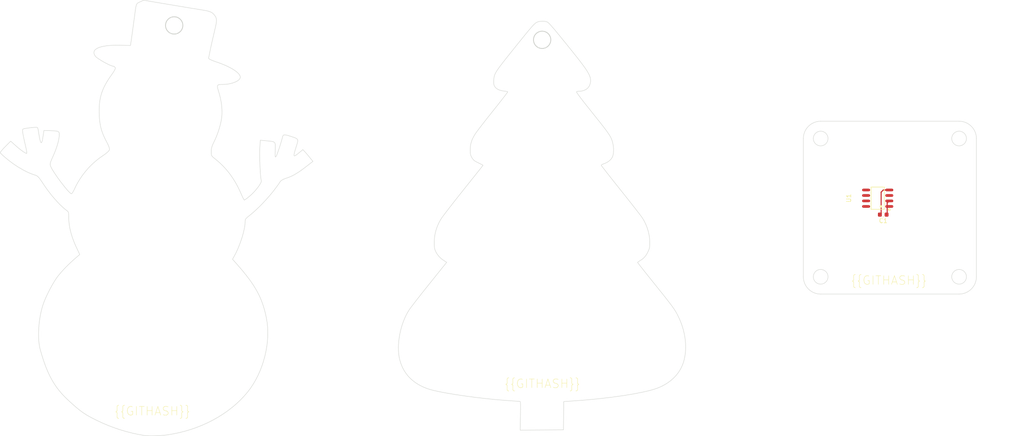
<source format=kicad_pcb>
(kicad_pcb (version 20221018) (generator pcbnew)
  (layers (0 "F.Cu" signal) (31 "B.Cu" signal) (34 "B.Paste" user) (35 "F.Paste" user) (36 "B.SilkS" user "B.Silkscreen") (37 "F.SilkS" user "F.Silkscreen") (38 "B.Mask" user) (39 "F.Mask" user) (44 "Edge.Cuts" user))
  (net 0 "")
  (net 1 "vcc")
  (net 2 "out")
  (net 3 "gnd")
  (net 4 "z")
  (net 5 "b")
  (net 6 "a")
  (net 7 "push")
  (footprint "lib:C0603" (layer "F.Cu") (at 240.08 99.4 180)
    (fp_text reference "C1" (at 0 -1.43) (layer "F.SilkS"))
    (fp_text value "50V 100nF X7R ±10% 0603  Multilayer Ceramic Capacitors MLCC - SMD/SMT ROHS")
    (fp_line (start -0.14058 -0.51) (end 0.14058 -0.51) (stroke (width 0.12)) (layer "F.SilkS"))
    (fp_line (start -0.14058 0.51) (end 0.14058 0.51) (stroke (width 0.12)) (layer "F.SilkS"))
    (pad "1" smd roundrect (at -0.775 0 180) (size 0.9 0.95) (layers "F.Cu" "F.Paste" "F.Mask") (net 1 "vcc"))
    (pad "2" smd roundrect (at 0.775 0 180) (size 0.9 0.95) (layers "F.Cu" "F.Paste" "F.Mask") (net 3 "gnd"))
  )
  (footprint "lib:SOP-8_L4.9-W3.9-P1.27-LS6.0-BL" (layer "F.Cu") (at 238.8 95.6 90)
    (fp_text reference "U1" (at 0 -6.68 90) (layer "F.SilkS"))
    (fp_text value "")
    (fp_line (start -2.58 -1.52) (end 2.58 -1.52) (stroke (width 0.15)) (layer "F.SilkS"))
    (fp_line (start -2.58 1.52) (end -2.58 -1.52) (stroke (width 0.15)) (layer "F.SilkS"))
    (fp_line (start 2.58 -1.52) (end 2.58 1.52) (stroke (width 0.15)) (layer "F.SilkS"))
    (fp_line (start 2.58 1.52) (end -2.58 1.52) (stroke (width 0.15)) (layer "F.SilkS"))
    (fp_circle (center -2.67 2.68) (end -2.52 2.68) (stroke (width 0.3)) (fill none) (layer "F.SilkS"))
    (fp_circle (center -1.91 0.77) (end -1.76 0.77) (stroke (width 0.3)) (fill none) (layer "F.SilkS"))
    (pad "1" smd oval (at -1.91 2.68 90) (size 0.63 1.86) (layers "F.Cu" "F.Paste" "F.Mask") (net 1 "vcc"))
    (pad "2" smd oval (at -0.63 2.68 90) (size 0.63 1.86) (layers "F.Cu" "F.Paste" "F.Mask") (net 1 "vcc"))
    (pad "3" smd oval (at 0.63 2.68 90) (size 0.63 1.86) (layers "F.Cu" "F.Paste" "F.Mask") (net 2 "out"))
    (pad "4" smd oval (at 1.9 2.68 90) (size 0.63 1.86) (layers "F.Cu" "F.Paste" "F.Mask") (net 3 "gnd"))
    (pad "5" smd oval (at 1.9 -2.68 90) (size 0.63 1.86) (layers "F.Cu" "F.Paste" "F.Mask") (net 7 "push"))
    (pad "6" smd oval (at 0.63 -2.68 90) (size 0.63 1.86) (layers "F.Cu" "F.Paste" "F.Mask") (net 6 "a"))
    (pad "7" smd oval (at -0.63 -2.68 90) (size 0.63 1.86) (layers "F.Cu" "F.Paste" "F.Mask") (net 5 "b"))
    (pad "8" smd oval (at -1.91 -2.68 90) (size 0.63 1.86) (layers "F.Cu" "F.Paste" "F.Mask") (net 4 "z"))
  )
  (gr_circle (center 225.62 81.79) (end 227.32 81.79) (stroke (width 0.1)) (fill none) (layer "Edge.Cuts"))
  (gr_circle (center 257.62 113.79) (end 259.32 113.79) (stroke (width 0.1)) (fill none) (layer "Edge.Cuts"))
  (gr_circle (center 257.62 81.79) (end 259.32 81.79) (stroke (width 0.1)) (fill none) (layer "Edge.Cuts"))
  (gr_poly (pts (xy 75.142222 50.797022) (xy 79.756606 51.568267) (xy 82.366969 51.99203) (xy 83.019066 52.095762) (xy 83.303876 52.146979) (xy 83.563537 52.198618) (xy 83.799806 52.251323) (xy 84.01444 52.305736) (xy 84.209196 52.362498) (xy 84.385831 52.422252) (xy 84.546102 52.485641) (xy 84.691766 52.553306) (xy 84.824581 52.62589) (xy 84.946303 52.704035) (xy 85.05869 52.788383) (xy 85.163499 52.879577) (xy 85.262486 52.978258) (xy 85.357409 53.08507) (xy 85.479286 53.234958) (xy 85.586233 53.378736) (xy 85.634185 53.44915) (xy 85.678498 53.519015) (xy 85.719202 53.588656) (xy 85.75633 53.658402) (xy 85.789911 53.728576) (xy 85.819976 53.799506) (xy 85.846558 53.871517) (xy 85.869686 53.944936) (xy 85.889392 54.020089) (xy 85.905707 54.097301) (xy 85.918662 54.176899) (xy 85.928287 54.259209) (xy 85.934615 54.344557) (xy 85.937675 54.433269) (xy 85.937499 54.525672) (xy 85.934119 54.62209) (xy 85.927564 54.722851) (xy 85.917866 54.82828) (xy 85.889166 55.054449) (xy 85.848266 55.303204) (xy 85.795414 55.577155) (xy 85.730859 55.878909) (xy 85.654849 56.211077) (xy 84.878546 59.55341) (xy 84.657875 60.550977) (xy 84.450892 61.532488) (xy 84.331406 62.116419) (xy 84.229648 62.629765) (xy 84.15639 63.017063) (xy 84.122409 63.222849) (xy 84.123062 63.236814) (xy 84.127967 63.251873) (xy 84.137065 63.268001) (xy 84.150302 63.285171) (xy 84.167619 63.303357) (xy 84.188962 63.322534) (xy 84.214273 63.342674) (xy 84.243497 63.363751) (xy 84.313454 63.408613) (xy 84.398381 63.456909) (xy 84.497828 63.50843) (xy 84.611342 63.562966) (xy 84.738473 63.620306) (xy 84.878767 63.680241) (xy 85.031775 63.742561) (xy 85.197043 63.807056) (xy 85.374121 63.873515) (xy 85.562558 63.94173) (xy 85.7619 64.011489) (xy 85.971698 64.082583) (xy 86.585981 64.296029) (xy 87.172975 64.516947) (xy 87.730729 64.744054) (xy 88.257293 64.976069) (xy 88.75072 65.211708) (xy 89.209058 65.449689) (xy 89.63036 65.68873) (xy 90.012676 65.927548) (xy 90.354056 66.16486) (xy 90.652552 66.399385) (xy 90.906214 66.629839) (xy 91.113092 66.85494) (xy 91.271238 67.073405) (xy 91.378702 67.283953) (xy 91.412819 67.385857) (xy 91.433535 67.485301) (xy 91.440605 67.582123) (xy 91.433787 67.676165) (xy 91.41712 67.753004) (xy 91.390362 67.829368) (xy 91.35383 67.905131) (xy 91.307839 67.980165) (xy 91.252707 68.054343) (xy 91.188749 68.12754) (xy 91.116281 68.199626) (xy 91.03562 68.270477) (xy 90.947082 68.339964) (xy 90.850984 68.407961) (xy 90.747641 68.47434) (xy 90.637371 68.538975) (xy 90.520488 68.601739) (xy 90.39731 68.662505) (xy 90.268153 68.721145) (xy 90.133332 68.777534) (xy 89.993165 68.831543) (xy 89.847967 68.883047) (xy 89.543745 68.978027) (xy 89.223197 69.06146) (xy 88.888852 69.132329) (xy 88.54324 69.189618) (xy 88.188892 69.232313) (xy 88.009232 69.24787) (xy 87.828337 69.259397) (xy 87.646523 69.266767) (xy 87.464106 69.269854) (xy 87.202959 69.272042) (xy 86.97453 69.277492) (xy 86.777472 69.288473) (xy 86.690288 69.296746) (xy 86.610443 69.307253) (xy 86.537768 69.320276) (xy 86.472096 69.3361) (xy 86.413258 69.355009) (xy 86.361087 69.377285) (xy 86.315414 69.403211) (xy 86.276071 69.433073) (xy 86.24289 69.467154) (xy 86.215703 69.505736) (xy 86.194342 69.549103) (xy 86.178638 69.59754) (xy 86.168424 69.65133) (xy 86.163532 69.710755) (xy 86.163793 69.776101) (xy 86.169039 69.847649) (xy 86.179102 69.925685) (xy 86.193814 70.010491) (xy 86.236514 70.20155) (xy 86.295792 70.423093) (xy 86.370304 70.677389) (xy 86.458705 70.966708) (xy 86.582128 71.384478) (xy 86.694998 71.803093) (xy 86.797211 72.221567) (xy 86.888665 72.638919) (xy 86.969257 73.054166) (xy 87.038885 73.466323) (xy 87.097447 73.874409) (xy 87.144838 74.277439) (xy 87.180958 74.674432) (xy 87.205702 75.064404) (xy 87.21897 75.446371) (xy 87.220657 75.819352) (xy 87.210662 76.182361) (xy 87.188881 76.534418) (xy 87.155212 76.874538) (xy 87.109553 77.201739) (xy 86.986123 77.871628) (xy 86.830027 78.558912) (xy 86.643845 79.255662) (xy 86.430157 79.953949) (xy 86.19154 80.645848) (xy 85.930575 81.323429) (xy 85.649841 81.978766) (xy 85.351916 82.60393) (xy 85.189192 82.938586) (xy 85.118752 83.093315) (xy 85.055229 83.240939) (xy 84.998352 83.382431) (xy 84.947849 83.518761) (xy 84.903447 83.650903) (xy 84.864875 83.779828) (xy 84.831859 83.906506) (xy 84.804129 84.031911) (xy 84.781412 84.157013) (xy 84.763435 84.282785) (xy 84.749927 84.410197) (xy 84.740615 84.540223) (xy 84.735228 84.673833) (xy 84.733493 84.811999) (xy 84.736223 85.129082) (xy 84.741369 85.261496) (xy 84.750575 85.379459) (xy 84.764997 85.485194) (xy 84.774524 85.534172) (xy 84.785789 85.580928) (xy 84.798934 85.625739) (xy 84.814106 85.668884) (xy 84.831447 85.710641) (xy 84.851104 85.751288) (xy 84.873219 85.791103) (xy 84.897937 85.830364) (xy 84.925403 85.869349) (xy 84.955761 85.908337) (xy 84.989155 85.947605) (xy 85.02573 85.987432) (xy 85.109 86.069873) (xy 85.206725 86.157886) (xy 85.320061 86.253696) (xy 85.598185 86.477602) (xy 86.096863 86.886277) (xy 86.577755 87.306529) (xy 87.04138 87.739064) (xy 87.488258 88.184586) (xy 87.918909 88.6438) (xy 88.333852 89.117412) (xy 88.733607 89.606125) (xy 89.118694 90.110646) (xy 89.489632 90.631678) (xy 89.846941 91.169927) (xy 90.19114 91.726098) (xy 90.52275 92.300895) (xy 90.84229 92.895024) (xy 91.150279 93.509189) (xy 91.447237 94.144095) (xy 91.733683 94.800448) (xy 91.84059 95.047283) (xy 91.945802 95.277558) (xy 92.046625 95.486234) (xy 92.140364 95.668271) (xy 92.224324 95.818627) (xy 92.295813 95.932265) (xy 92.326039 95.973739) (xy 92.352136 96.004143) (xy 92.373767 96.022848) (xy 92.382804 96.027616) (xy 92.390597 96.029223) (xy 92.399173 96.028006) (xy 92.410522 96.024397) (xy 92.441219 96.010237) (xy 92.482045 95.987221) (xy 92.53236 95.955824) (xy 92.591521 95.916524) (xy 92.658887 95.869798) (xy 92.815666 95.755976) (xy 92.997564 95.618173) (xy 93.199447 95.460204) (xy 93.416182 95.285885) (xy 93.642634 95.099032) (xy 93.891007 94.882848) (xy 94.141366 94.648628) (xy 94.390948 94.400061) (xy 94.636991 94.140836) (xy 94.87673 93.874641) (xy 95.107403 93.605164) (xy 95.326247 93.336095) (xy 95.530498 93.071122) (xy 95.717394 92.813933) (xy 95.884171 92.568218) (xy 96.028066 92.337665) (xy 96.146316 92.125962) (xy 96.236159 91.936798) (xy 96.294829 91.773863) (xy 96.311612 91.703383) (xy 96.319566 91.640844) (xy 96.318345 91.586706) (xy 96.307605 91.54143) (xy 96.264441 91.378418) (xy 96.221593 91.121805) (xy 96.138989 90.373142) (xy 96.064068 89.386161) (xy 96.001109 88.251583) (xy 95.954389 87.060129) (xy 95.928186 85.902519) (xy 95.926777 84.869474) (xy 95.95444 84.051714) (xy 96.07471 82.177477) (xy 97.36716 82.304781) (xy 98.13507 82.379263) (xy 98.441266 82.413109) (xy 98.700599 82.449744) (xy 98.916803 82.492956) (xy 99.009898 82.518212) (xy 99.09361 82.546534) (xy 99.168406 82.578395) (xy 99.234753 82.614268) (xy 99.293117 82.654627) (xy 99.343964 82.699946) (xy 99.387763 82.750698) (xy 99.424978 82.807357) (xy 99.456076 82.870396) (xy 99.481525 82.94029) (xy 99.501791 83.017511) (xy 99.51734 83.102533) (xy 99.536155 83.297877) (xy 99.541702 83.530109) (xy 99.537716 83.803018) (xy 99.51607 84.486025) (xy 99.501811 85.019341) (xy 99.495778 85.429631) (xy 99.49953 85.727933) (xy 99.505563 85.838537) (xy 99.514626 85.925284) (xy 99.526915 85.989553) (xy 99.542625 86.032723) (xy 99.551823 86.046828) (xy 99.56195 86.056175) (xy 99.573029 86.060938) (xy 99.585085 86.061289) (xy 99.612224 86.049443) (xy 99.643564 86.022019) (xy 99.679299 85.980395) (xy 99.719623 85.925951) (xy 99.770963 85.835961) (xy 99.83738 85.6921) (xy 100.00736 85.267042) (xy 100.213404 84.699332) (xy 100.439353 84.037526) (xy 100.669049 83.330178) (xy 100.886332 82.625845) (xy 101.075044 81.973082) (xy 101.219027 81.420443) (xy 101.232451 81.367288) (xy 101.246658 81.317349) (xy 101.261814 81.270604) (xy 101.278084 81.227032) (xy 101.295634 81.186611) (xy 101.314631 81.149321) (xy 101.33524 81.115138) (xy 101.357628 81.084043) (xy 101.381959 81.056013) (xy 101.4084 81.031027) (xy 101.437117 81.009064) (xy 101.468275 80.990102) (xy 101.502041 80.974119) (xy 101.538581 80.961095) (xy 101.578059 80.951007) (xy 101.620643 80.943835) (xy 101.666497 80.939556) (xy 101.715788 80.938149) (xy 101.768682 80.939594) (xy 101.825345 80.943867) (xy 101.885942 80.950949) (xy 101.950639 80.960817) (xy 102.019603 80.97345) (xy 102.092998 80.988826) (xy 102.170992 81.006924) (xy 102.253749 81.027723) (xy 102.434219 81.077337) (xy 102.635734 81.137495) (xy 102.859622 81.208025) (xy 103.581471 81.438726) (xy 103.868146 81.535185) (xy 104.108644 81.625316) (xy 104.212356 81.669476) (xy 104.305459 81.713816) (xy 104.388264 81.758923) (xy 104.461082 81.805384) (xy 104.524226 81.853787) (xy 104.578006 81.904719) (xy 104.622735 81.958768) (xy 104.658725 82.01652) (xy 104.686285 82.078563) (xy 104.705729 82.145484) (xy 104.717368 82.217871) (xy 104.721513 82.296311) (xy 104.718476 82.381392) (xy 104.708568 82.4737) (xy 104.692102 82.573823) (xy 104.669388 82.682348) (xy 104.606464 82.926954) (xy 104.522289 83.212218) (xy 104.300158 83.92351) (xy 104.076968 84.658354) (xy 103.993442 84.95378) (xy 103.929762 85.203046) (xy 103.886777 85.407528) (xy 103.865337 85.568604) (xy 103.862962 85.633296) (xy 103.866292 85.687652) (xy 103.875434 85.731846) (xy 103.890492 85.766049) (xy 103.911574 85.790433) (xy 103.938786 85.805172) (xy 103.972234 85.810436) (xy 104.012025 85.806398) (xy 104.058263 85.79323) (xy 104.111056 85.771105) (xy 104.236732 85.700671) (xy 104.3899 85.596472) (xy 104.571411 85.459887) (xy 105.02286 85.095065) (xy 105.918216 84.355181) (xy 106.388476 84.86751) (xy 106.496975 84.987739) (xy 106.625318 85.133369) (xy 106.92254 85.478508) (xy 107.242155 85.858286) (xy 107.546176 86.22806) (xy 108.2336 87.076296) (xy 106.72333 88.254687) (xy 106.031007 88.783192) (xy 105.392025 89.245391) (xy 105.089314 89.453516) (xy 104.796071 89.647331) (xy 104.511007 89.827593) (xy 104.232833 89.995056) (xy 103.960259 90.150478) (xy 103.691998 90.294613) (xy 103.426759 90.428217) (xy 103.163254 90.552046) (xy 102.900193 90.666855) (xy 102.636288 90.773401) (xy 102.370249 90.872439) (xy 102.100787 90.964724) (xy 101.955978 91.013649) (xy 101.818902 91.062832) (xy 101.689432 91.112348) (xy 101.567439 91.162273) (xy 101.452795 91.212683) (xy 101.345371 91.263651) (xy 101.245039 91.315254) (xy 101.151671 91.367567) (xy 101.065138 91.420665) (xy 100.985313 91.474624) (xy 100.912065 91.529517) (xy 100.845269 91.585421) (xy 100.784794 91.642412) (xy 100.730512 91.700563) (xy 100.682296 91.759951) (xy 100.640017 91.82065) (xy 100.313962 92.312951) (xy 99.958065 92.82026) (xy 99.575318 93.339289) (xy 99.168711 93.866747) (xy 98.741234 94.399346) (xy 98.295878 94.933795) (xy 97.835635 95.466804) (xy 97.363494 95.995083) (xy 96.882446 96.515343) (xy 96.395482 97.024295) (xy 95.905593 97.518647) (xy 95.415769 97.995111) (xy 94.929002 98.450396) (xy 94.44828 98.881213) (xy 93.976596 99.284272) (xy 93.51694 99.656283) (xy 93.364132 99.777198) (xy 93.228349 99.887118) (xy 93.108601 99.987555) (xy 93.003899 100.080022) (xy 92.913256 100.166032) (xy 92.835682 100.247098) (xy 92.770188 100.324733) (xy 92.741662 100.362737) (xy 92.715786 100.40045) (xy 92.692435 100.438062) (xy 92.671487 100.475762) (xy 92.652817 100.513738) (xy 92.636302 100.552181) (xy 92.621819 100.591279) (xy 92.609244 100.631221) (xy 92.589322 100.714395) (xy 92.575548 100.803215) (xy 92.566934 100.899195) (xy 92.56249 101.003847) (xy 92.561229 101.118685) (xy 92.548214 101.459191) (xy 92.510172 101.840399) (xy 92.448603 102.257479) (xy 92.365007 102.705605) (xy 92.260885 103.179948) (xy 92.137739 103.675679) (xy 91.997068 104.187971) (xy 91.840373 104.711996) (xy 91.669155 105.242926) (xy 91.484915 105.775933) (xy 91.289154 106.306188) (xy 91.083372 106.828864) (xy 90.86907 107.339132) (xy 90.647749 107.832164) (xy 90.420909 108.303133) (xy 90.190051 108.74721) (xy 89.658061 109.729433) (xy 90.799319 111.025652) (xy 91.552256 111.894452) (xy 92.247519 112.726345) (xy 92.887901 113.52649) (xy 93.476195 114.300047) (xy 94.015193 115.052178) (xy 94.507688 115.788042) (xy 94.956473 116.5128) (xy 95.364341 117.231612) (xy 95.734083 117.949638) (xy 96.068493 118.672038) (xy 96.370364 119.403974) (xy 96.642488 120.150605) (xy 96.887657 120.917091) (xy 97.108665 121.708593) (xy 97.308304 122.530271) (xy 97.489367 123.387286) (xy 97.659586 124.435519) (xy 97.764545 125.512723) (xy 97.805707 126.613102) (xy 97.784533 127.73086) (xy 97.702485 128.860202) (xy 97.561026 129.995332) (xy 97.361618 131.130454) (xy 97.105722 132.259774) (xy 96.794801 133.377494) (xy 96.430316 134.47782) (xy 96.01373 135.554956) (xy 95.546505 136.603107) (xy 95.030102 137.616476) (xy 94.465984 138.589268) (xy 93.855613 139.515689) (xy 93.20045 140.389941) (xy 92.386005 141.350273) (xy 91.510226 142.273552) (xy 90.576227 143.158109) (xy 89.587122 144.002278) (xy 88.546024 144.80439) (xy 87.456048 145.562779) (xy 86.320308 146.275777) (xy 85.141916 146.941716) (xy 83.923988 147.558929) (xy 82.669636 148.125749) (xy 81.381976 148.640508) (xy 80.06412 149.101539) (xy 78.719182 149.507174) (xy 77.350277 149.855747) (xy 75.960518 150.145589) (xy 74.553019 150.375033) (xy 73.862872 150.459306) (xy 73.131633 150.525975) (xy 72.383923 150.574372) (xy 71.644361 150.603827) (xy 70.93757 150.613671) (xy 70.288169 150.603235) (xy 69.720779 150.57185) (xy 69.475532 150.548093) (xy 69.26002 150.518847) (xy 69.260051 150.518832) (xy 67.831835 150.262486) (xy 66.416949 149.953785) (xy 65.016193 149.592984) (xy 63.630368 149.180338) (xy 62.260274 148.716103) (xy 60.90671 148.200532) (xy 59.570477 147.633881) (xy 58.252375 147.016405) (xy 57.283074 146.528505) (xy 56.847829 146.298277) (xy 56.438641 146.072324) (xy 56.050351 145.846994) (xy 55.6778 145.618633) (xy 55.315827 145.383588) (xy 54.959273 145.138205) (xy 54.602979 144.87883) (xy 54.241783 144.601811) (xy 53.870528 144.303492) (xy 53.484054 143.980222) (xy 52.644807 143.244211) (xy 51.682765 142.36455) (xy 51.097036 141.804159) (xy 50.54538 141.238954) (xy 50.025658 140.665073) (xy 49.535731 140.078649) (xy 49.07346 139.475819) (xy 48.636705 138.852719) (xy 48.223328 138.205483) (xy 47.831189 137.530249) (xy 47.458149 136.823151) (xy 47.10207 136.080325) (xy 46.760812 135.297907) (xy 46.432236 134.472032) (xy 46.114202 133.598836) (xy 45.804573 132.674455) (xy 45.501208 131.695024) (xy 45.201968 130.656679) (xy 45.078569 130.147371) (xy 44.978794 129.594224) (xy 44.90231 129.00242) (xy 44.848785 128.377144) (xy 44.817886 127.723579) (xy 44.809281 127.046907) (xy 44.822637 126.352311) (xy 44.857621 125.644974) (xy 44.913901 124.93008) (xy 44.991145 124.212811) (xy 45.089019 123.498351) (xy 45.207191 122.791883) (xy 45.345328 122.098589) (xy 45.503099 121.423652) (xy 45.68017 120.772256) (xy 45.876208 120.149584) (xy 46.005143 119.787909) (xy 46.154924 119.401263) (xy 46.508073 118.570286) (xy 46.917749 117.69111) (xy 47.366047 116.79819) (xy 47.83506 115.92598) (xy 48.306883 115.108937) (xy 48.76361 114.381515) (xy 48.980717 114.062179) (xy 49.187335 113.77817) (xy 49.387433 113.519297) (xy 49.599256 113.255538) (xy 50.056372 112.715109) (xy 50.555279 112.160374) (xy 51.092575 111.594824) (xy 51.664855 111.021952) (xy 52.268718 110.445248) (xy 52.900758 109.868205) (xy 53.557574 109.294314) (xy 54.329783 108.634142) (xy 53.616031 107.110232) (xy 53.390001 106.6154) (xy 53.179365 106.128819) (xy 52.984012 105.650049) (xy 52.803829 105.178652) (xy 52.638704 104.71419) (xy 52.488525 104.256224) (xy 52.353181 103.804315) (xy 52.232559 103.358025) (xy 52.126547 102.916915) (xy 52.035034 102.480548) (xy 51.957906 102.048484) (xy 51.895053 101.620284) (xy 51.846363 101.195511) (xy 51.811722 100.773726) (xy 51.79102 100.35449) (xy 51.784144 99.937365) (xy 51.780657 99.620612) (xy 51.776007 99.482669) (xy 51.769161 99.357285) (xy 51.759927 99.243666) (xy 51.748111 99.141014) (xy 51.733519 99.048534) (xy 51.715958 98.96543) (xy 51.695233 98.890904) (xy 51.671153 98.824161) (xy 51.643523 98.764406) (xy 51.612149 98.71084) (xy 51.576839 98.662669) (xy 51.537399 98.619096) (xy 51.493635 98.579325) (xy 51.445353 98.542559) (xy 51.149902 98.324092) (xy 50.839064 98.073347) (xy 50.514896 97.792628) (xy 50.179453 97.484238) (xy 49.834791 97.150482) (xy 49.482966 96.793665) (xy 49.126033 96.41609) (xy 48.766047 96.020062) (xy 48.405065 95.607885) (xy 48.045142 95.181864) (xy 47.688333 94.744302) (xy 47.336694 94.297504) (xy 46.992281 93.843774) (xy 46.657149 93.385417) (xy 46.333354 92.924737) (xy 46.022952 92.464037) (xy 45.611719 91.844971) (xy 45.279782 91.362091) (xy 45.137757 91.165551) (xy 45.008606 90.995655) (xy 44.89001 90.849933) (xy 44.779654 90.725918) (xy 44.675221 90.621143) (xy 44.574392 90.533138) (xy 44.474852 90.459437) (xy 44.374284 90.397571) (xy 44.27037 90.345073) (xy 44.160793 90.299474) (xy 44.043237 90.258307) (xy 43.915385 90.219103) (xy 43.593888 90.117525) (xy 43.255864 89.996009) (xy 42.903268 89.855657) (xy 42.538058 89.697573) (xy 42.162189 89.522858) (xy 41.777618 89.332616) (xy 41.386301 89.127951) (xy 40.990194 88.909964) (xy 40.591254 88.679759) (xy 40.191438 88.438438) (xy 39.792701 88.187105) (xy 39.396999 87.926862) (xy 39.00629 87.658812) (xy 38.622529 87.384058) (xy 38.247673 87.103703) (xy 37.883677 86.81885) (xy 37.49456 86.502783) (xy 37.131548 86.199554) (xy 36.802586 85.916398) (xy 36.515619 85.660548) (xy 36.278593 85.439239) (xy 36.099452 85.259705) (xy 36.034071 85.187865) (xy 35.986141 85.129182) (xy 35.956654 85.08456) (xy 35.946605 85.054903) (xy 35.948192 85.042433) (xy 35.952903 85.026953) (xy 35.971384 84.987332) (xy 36.001425 84.936776) (xy 36.042403 84.876021) (xy 36.093695 84.805804) (xy 36.154681 84.726859) (xy 36.224736 84.639924) (xy 36.303239 84.545735) (xy 36.389567 84.445026) (xy 36.483097 84.338536) (xy 36.689276 84.11115) (xy 36.916796 83.869466) (xy 37.037003 83.745102) (xy 37.160678 83.619372) (xy 38.374759 82.395922) (xy 39.365809 83.301684) (xy 39.814301 83.698656) (xy 40.266196 84.075272) (xy 40.704205 84.419302) (xy 41.111041 84.718514) (xy 41.469414 84.960676) (xy 41.625024 85.056541) (xy 41.762035 85.133557) (xy 41.878286 85.190195) (xy 41.971615 85.224926) (xy 42.039863 85.236222) (xy 42.063905 85.232603) (xy 42.080867 85.222552) (xy 42.085566 85.215268) (xy 42.089233 85.203934) (xy 42.093537 85.169549) (xy 42.093921 85.120268) (xy 42.090523 85.056964) (xy 42.083485 84.98051) (xy 42.072948 84.891778) (xy 42.059051 84.79164) (xy 42.041937 84.68097) (xy 41.998614 84.43152) (xy 41.944105 84.150408) (xy 41.879534 83.844615) (xy 41.806025 83.52112) (xy 41.578977 82.541169) (xy 41.399614 81.732306) (xy 41.265507 81.079136) (xy 41.174225 80.56626) (xy 41.123338 80.17828) (xy 41.112283 80.026315) (xy 41.110416 79.899799) (xy 41.117432 79.796809) (xy 41.133029 79.71542) (xy 41.156901 79.653706) (xy 41.188746 79.609743) (xy 41.213078 79.592846) (xy 41.252556 79.575085) (xy 41.372962 79.537437) (xy 41.541984 79.497733) (xy 41.751641 79.456905) (xy 42.26094 79.37561) (xy 42.837013 79.301016) (xy 43.416018 79.240586) (xy 43.934111 79.201782) (xy 44.150364 79.192822) (xy 44.327447 79.192067) (xy 44.45738 79.20045) (xy 44.532183 79.218905) (xy 44.538527 79.223215) (xy 44.545097 79.229471) (xy 44.551878 79.23762) (xy 44.558855 79.247608) (xy 44.573336 79.272888) (xy 44.588416 79.304879) (xy 44.603974 79.343154) (xy 44.619887 79.387282) (xy 44.636031 79.436835) (xy 44.652284 79.491383) (xy 44.668525 79.550496) (xy 44.684629 79.613746) (xy 44.700475 79.680703) (xy 44.715939 79.750937) (xy 44.7309 79.82402) (xy 44.745234 79.899521) (xy 44.75882 79.977012) (xy 44.771533 80.056063) (xy 44.946351 81.130774) (xy 45.025944 81.564983) (xy 45.101061 81.931234) (xy 45.172253 82.230134) (xy 45.24007 82.462288) (xy 45.305063 82.628302) (xy 45.336673 82.686696) (xy 45.367783 82.728781) (xy 45.398463 82.754634) (xy 45.428781 82.764331) (xy 45.458807 82.757947) (xy 45.488608 82.735557) (xy 45.518254 82.697238) (xy 45.547814 82.643066) (xy 45.606951 82.487462) (xy 45.666568 82.269351) (xy 45.727218 81.98934) (xy 45.78945 81.648032) (xy 45.853816 81.246035) (xy 46.055377 79.918581) (xy 47.417926 79.96628) (xy 48.109143 79.993687) (xy 48.392021 80.009194) (xy 48.636741 80.027435) (xy 48.846051 80.049559) (xy 49.022696 80.076715) (xy 49.169424 80.110051) (xy 49.288982 80.150717) (xy 49.339431 80.174158) (xy 49.384117 80.199861) (xy 49.423385 80.227972) (xy 49.457577 80.258632) (xy 49.487036 80.291987) (xy 49.512107 80.32818) (xy 49.533132 80.367353) (xy 49.550455 80.409652) (xy 49.575367 80.504197) (xy 49.589592 80.612965) (xy 49.595876 80.737105) (xy 49.596965 80.877764) (xy 49.590289 81.099803) (xy 49.571905 81.336737) (xy 49.542029 81.587807) (xy 49.500879 81.852253) (xy 49.448672 82.129318) (xy 49.385623 82.418243) (xy 49.311951 82.718269) (xy 49.227873 83.028637) (xy 49.133604 83.34859) (xy 49.029362 83.677367) (xy 48.915364 84.014212) (xy 48.791827 84.358364) (xy 48.658967 84.709065) (xy 48.517002 85.065558) (xy 48.366148 85.427082) (xy 48.206622 85.792879) (xy 47.949769 86.374791) (xy 47.755997 86.832451) (xy 47.68104 87.021721) (xy 47.619784 87.188367) (xy 47.571537 87.335205) (xy 47.535609 87.465048) (xy 47.511311 87.580709) (xy 47.497952 87.685002) (xy 47.494842 87.78074) (xy 47.501291 87.870737) (xy 47.516609 87.957807) (xy 47.540106 88.044763) (xy 47.571091 88.134418) (xy 47.608874 88.229586) (xy 47.761079 88.551834) (xy 47.975096 88.939463) (xy 48.241913 89.380584) (xy 48.55252 89.863307) (xy 49.269066 90.905997) (xy 50.052651 91.972411) (xy 50.831193 92.967426) (xy 51.196047 93.408433) (xy 51.532609 93.795921) (xy 51.831869 94.117998) (xy 52.084818 94.362774) (xy 52.282443 94.518359) (xy 52.357694 94.558989) (xy 52.415736 94.572863) (xy 52.426811 94.571375) (xy 52.439084 94.56696) (xy 52.452509 94.559691) (xy 52.467041 94.549641) (xy 52.482633 94.536883) (xy 52.499239 94.521489) (xy 52.516813 94.503532) (xy 52.535309 94.483086) (xy 52.574881 94.435018) (xy 52.617586 94.377866) (xy 52.663055 94.312214) (xy 52.710918 94.238646) (xy 52.760808 94.157745) (xy 52.812354 94.070093) (xy 52.865187 93.976276) (xy 52.918939 93.876875) (xy 52.97324 93.772474) (xy 53.02772 93.663657) (xy 53.082012 93.551007) (xy 53.135745 93.435107) (xy 53.405424 92.869327) (xy 53.69623 92.311615) (xy 54.007442 91.76282) (xy 54.338342 91.223792) (xy 54.688208 90.695381) (xy 55.05632 90.178436) (xy 55.441958 89.673808) (xy 55.844402 89.182347) (xy 56.262932 88.704901) (xy 56.696828 88.242322) (xy 57.145369 87.795459) (xy 57.607836 87.365163) (xy 58.083508 86.952281) (xy 58.571665 86.557666) (xy 59.071586 86.182166) (xy 59.582553 85.826632) (xy 59.914962 85.598282) (xy 60.214172 85.3804) (xy 60.477869 85.17504) (xy 60.595674 85.077698) (xy 60.703732 84.984257) (xy 60.801753 84.894974) (xy 60.889447 84.810106) (xy 60.966524 84.72991) (xy 61.032694 84.654642) (xy 61.087669 84.584559) (xy 61.131158 84.519919) (xy 61.162872 84.460977) (xy 61.182521 84.407992) (xy 61.189444 84.378526) (xy 61.194656 84.347449) (xy 61.198136 84.314702) (xy 61.199864 84.280227) (xy 61.197977 84.205863) (xy 61.188829 84.123892) (xy 61.172254 84.033852) (xy 61.148084 83.935279) (xy 61.116154 83.82771) (xy 61.076297 83.71068) (xy 61.028345 83.583727) (xy 60.972134 83.446388) (xy 60.907495 83.298197) (xy 60.834263 83.138693) (xy 60.75227 82.967412) (xy 60.661351 82.783889) (xy 60.561339 82.587662) (xy 60.452067 82.378268) (xy 60.237971 81.961359) (xy 60.041673 81.555601) (xy 59.862568 81.158484) (xy 59.700049 80.767498) (xy 59.553508 80.380135) (xy 59.422339 79.993885) (xy 59.305935 79.60624) (xy 59.203689 79.21469) (xy 59.114995 78.816725) (xy 59.039245 78.409838) (xy 58.975833 77.991518) (xy 58.924151 77.559256) (xy 58.883594 77.110544) (xy 58.853553 76.642872) (xy 58.833423 76.153731) (xy 58.822596 75.640612) (xy 58.82378 75.019765) (xy 58.843433 74.425285) (xy 58.882591 73.854032) (xy 58.942291 73.302869) (xy 59.023569 72.768658) (xy 59.127459 72.248262) (xy 59.255 71.738542) (xy 59.407225 71.236361) (xy 59.585172 70.73858) (xy 59.789877 70.242062) (xy 60.022374 69.743669) (xy 60.283701 69.240263) (xy 60.574893 68.728705) (xy 60.896986 68.205859) (xy 61.251015 67.668586) (xy 61.638018 67.113749) (xy 61.84244 66.825076) (xy 62.020375 66.566593) (xy 62.17201 66.336298) (xy 62.29753 66.132187) (xy 62.397121 65.95226) (xy 62.470968 65.794512) (xy 62.498296 65.72333) (xy 62.519258 65.656942) (xy 62.533877 65.595098) (xy 62.542176 65.537547) (xy 62.544179 65.484039) (xy 62.539908 65.434323) (xy 62.529387 65.388151) (xy 62.512639 65.34527) (xy 62.489688 65.305431) (xy 62.460556 65.268384) (xy 62.425267 65.233878) (xy 62.383844 65.201662) (xy 62.33631 65.171487) (xy 62.282689 65.143103) (xy 62.157276 65.090703) (xy 62.007792 65.042459) (xy 61.834422 64.996371) (xy 61.657986 64.943069) (xy 61.445562 64.862593) (xy 61.203024 64.758325) (xy 60.93625 64.633653) (xy 60.353499 64.336631) (xy 59.744319 63.998608) (xy 59.155721 63.646664) (xy 58.634716 63.307879) (xy 58.414252 63.151884) (xy 58.228316 63.009334) (xy 58.082783 62.883614) (xy 57.983531 62.778109) (xy 57.869943 62.622242) (xy 57.777351 62.470362) (xy 57.705558 62.322559) (xy 57.654369 62.178917) (xy 57.623588 62.039526) (xy 57.613018 61.904471) (xy 57.622463 61.773839) (xy 57.651728 61.647718) (xy 57.700616 61.526195) (xy 57.768931 61.409356) (xy 57.856477 61.297289) (xy 57.963058 61.190081) (xy 58.088479 61.087819) (xy 58.232542 60.99059) (xy 58.395052 60.89848) (xy 58.575812 60.811578) (xy 58.774627 60.72997) (xy 58.991301 60.653743) (xy 59.225638 60.582984) (xy 59.477441 60.51778) (xy 59.746514 60.458218) (xy 60.032661 60.404385) (xy 60.335687 60.356369) (xy 60.655395 60.314256) (xy 60.991589 60.278134) (xy 61.344073 60.248089) (xy 61.712651 60.224208) (xy 62.097127 60.20658) (xy 62.497305 60.195289) (xy 62.912988 60.190424) (xy 63.343981 60.192072) (xy 63.790088 60.20032) (xy 66.056857 60.258219) (xy 66.273486 58.80189) (xy 66.542465 56.891029) (xy 66.884944 54.341891) (xy 67.190183 52.053843) (xy 67.248082 51.679802) (xy 67.303557 51.37005) (xy 67.359078 51.117137) (xy 67.417116 50.913616) (xy 67.48014 50.752035) (xy 67.55062 50.624945) (xy 67.631027 50.524898) (xy 67.72383 50.444442) (xy 67.831501 50.37613) (xy 67.956508 50.312512) (xy 68.268412 50.169558) (xy 69.100734 49.778315)) (stroke (width 0.1)) (fill none) (layer "Edge.Cuts"))
  (gr_arc (start 261.62 113.79) (mid 260.448427 116.618427) (end 257.62 117.79) (stroke (width 0.1)) (layer "Edge.Cuts"))
  (gr_arc (start 225.62 117.79) (mid 222.791573 116.618427) (end 221.62 113.79) (stroke (width 0.1)) (layer "Edge.Cuts"))
  (gr_line (start 261.62 113.79) (end 261.62 81.79) (stroke (width 0.1)) (layer "Edge.Cuts"))
  (gr_circle (center 161.229974 58.946031) (end 163.229974 58.946031) (stroke (width 0.2)) (fill none) (layer "Edge.Cuts"))
  (gr_line (start 221.62 81.79) (end 221.62 113.79) (stroke (width 0.1)) (layer "Edge.Cuts"))
  (gr_arc (start 257.62 77.79) (mid 260.448427 78.961573) (end 261.62 81.79) (stroke (width 0.1)) (layer "Edge.Cuts"))
  (gr_poly (pts (xy 161.429183 54.643361) (xy 161.588699 54.648976) (xy 161.743405 54.660128) (xy 161.8913 54.67685) (xy 162.030385 54.699174) (xy 162.158659 54.727132) (xy 162.274122 54.760758) (xy 162.374774 54.800082) (xy 162.418214 54.822065) (xy 162.465501 54.850416) (xy 162.517128 54.885713) (xy 162.573587 54.928531) (xy 162.702967 55.039035) (xy 162.857578 55.186538) (xy 163.041357 55.37565) (xy 163.258241 55.610981) (xy 163.512165 55.897139) (xy 163.807067 56.238735) (xy 164.146884 56.640378) (xy 164.53555 57.106678) (xy 164.977005 57.642244) (xy 165.475183 58.251687) (xy 166.657456 59.710639) (xy 168.113864 61.520411) (xy 169.490282 63.25197) (xy 170.562092 64.650979) (xy 170.993296 65.243203) (xy 171.359779 65.7732) (xy 171.665351 66.247941) (xy 171.913823 66.674396) (xy 172.109006 67.059535) (xy 172.254708 67.41033) (xy 172.354741 67.733749) (xy 172.412915 68.036764) (xy 172.433041 68.326344) (xy 172.418927 68.609461) (xy 172.374385 68.893084) (xy 172.303226 69.184183) (xy 172.274597 69.278158) (xy 172.242 69.369887) (xy 172.205507 69.459324) (xy 172.165188 69.546423) (xy 172.121114 69.631137) (xy 172.073357 69.713419) (xy 172.021987 69.793223) (xy 171.967076 69.870502) (xy 171.908694 69.945208) (xy 171.846914 70.017296) (xy 171.781806 70.08672) (xy 171.71344 70.153431) (xy 171.641889 70.217383) (xy 171.567223 70.278531) (xy 171.489513 70.336826) (xy 171.408831 70.392223) (xy 171.325247 70.444674) (xy 171.238833 70.494134) (xy 171.14966 70.540554) (xy 171.057799 70.58389) (xy 170.96332 70.624093) (xy 170.866295 70.661118) (xy 170.766796 70.694917) (xy 170.664893 70.725444) (xy 170.560657 70.752652) (xy 170.45416 70.776495) (xy 170.345472 70.796926) (xy 170.234664 70.813898) (xy 170.121809 70.827364) (xy 170.006976 70.837278) (xy 169.890237 70.843593) (xy 169.771663 70.846262) (xy 169.726607 70.847177) (xy 169.681188 70.849133) (xy 169.590479 70.855957) (xy 169.501974 70.8663) (xy 169.418107 70.879728) (xy 169.378675 70.887463) (xy 169.341315 70.895806) (xy 169.306334 70.904703) (xy 169.274034 70.9141) (xy 169.244721 70.923942) (xy 169.218699 70.934176) (xy 169.196272 70.944746) (xy 169.177745 70.955599) (xy 169.171643 70.965792) (xy 169.172154 70.983757) (xy 169.17922 71.009417) (xy 169.192785 71.042693) (xy 169.239181 71.131786) (xy 169.310885 71.250417) (xy 169.407439 71.397965) (xy 169.528385 71.573811) (xy 169.673265 71.777334) (xy 169.841623 72.007915) (xy 170.246938 72.547768) (xy 170.740668 73.18841) (xy 171.319154 73.924882) (xy 171.978732 74.752222) (xy 174.641332 78.093405) (xy 175.537111 79.246786) (xy 176.200008 80.134787) (xy 176.673118 80.816979) (xy 176.99954 81.352933) (xy 177.222371 81.802218) (xy 177.384708 82.224406) (xy 177.462833 82.472098) (xy 177.531331 82.72855) (xy 177.59016 82.991701) (xy 177.639284 83.259489) (xy 177.678662 83.529854) (xy 177.708257 83.800735) (xy 177.728028 84.070071) (xy 177.737937 84.335802) (xy 177.737946 84.595867) (xy 177.728014 84.848205) (xy 177.708104 85.090755) (xy 177.678176 85.321456) (xy 177.638191 85.538248) (xy 177.588111 85.739069) (xy 177.527896 85.92186) (xy 177.457507 86.084559) (xy 177.391656 86.207668) (xy 177.318059 86.327563) (xy 177.236853 86.444134) (xy 177.148173 86.557272) (xy 177.052156 86.666869) (xy 176.948938 86.772814) (xy 176.838657 86.874999) (xy 176.721448 86.973315) (xy 176.597448 87.067652) (xy 176.466794 87.157903) (xy 176.32962 87.243956) (xy 176.186065 87.325705) (xy 176.036265 87.403039) (xy 175.880355 87.475849) (xy 175.718473 87.544027) (xy 175.550754 87.607462) (xy 175.482045 87.632835) (xy 175.415483 87.658969) (xy 175.351405 87.685667) (xy 175.290146 87.712731) (xy 175.23204 87.739963) (xy 175.177423 87.767164) (xy 175.126631 87.794136) (xy 175.079997 87.820681) (xy 175.037859 87.846601) (xy 175.00055 87.871698) (xy 174.968407 87.895773) (xy 174.941764 87.918629) (xy 174.920956 87.940066) (xy 174.90632 87.959888) (xy 174.898189 87.977896) (xy 174.896668 87.986157) (xy 174.8969 87.993891) (xy 174.922027 88.037315) (xy 174.991394 88.135797) (xy 175.25375 88.486297) (xy 176.209258 89.720013) (xy 177.617844 91.508896) (xy 179.333926 93.666804) (xy 181.092323 95.879526) (xy 182.616098 97.817656) (xy 183.742073 99.272256) (xy 184.307071 100.034388) (xy 184.515284 100.360502) (xy 184.7117 100.694247) (xy 184.896111 101.034954) (xy 185.068309 101.381957) (xy 185.228084 101.734588) (xy 185.375229 102.092181) (xy 185.509535 102.454068) (xy 185.630794 102.819582) (xy 185.738797 103.188056) (xy 185.833335 103.558822) (xy 185.914201 103.931214) (xy 185.981186 104.304563) (xy 186.034081 104.678204) (xy 186.072678 105.051468) (xy 186.096768 105.423689) (xy 186.106143 105.794199) (xy 186.105091 106.172735) (xy 186.095928 106.491761) (xy 186.087599 106.633067) (xy 186.076394 106.764426) (xy 186.062032 106.887483) (xy 186.044229 107.003882) (xy 186.022703 107.115265) (xy 185.997171 107.223277) (xy 185.967351 107.329562) (xy 185.932961 107.435763) (xy 185.893716 107.543524) (xy 185.849336 107.654488) (xy 185.744037 107.892603) (xy 185.654537 108.079442) (xy 185.563285 108.257402) (xy 185.469989 108.426825) (xy 185.374358 108.588053) (xy 185.276102 108.741425) (xy 185.174928 108.887283) (xy 185.070547 109.025968) (xy 184.962667 109.15782) (xy 184.850997 109.283181) (xy 184.735246 109.402392) (xy 184.615122 109.515794) (xy 184.490336 109.623727) (xy 184.360596 109.726532) (xy 184.22561 109.824551) (xy 184.085088 109.918125) (xy 183.938739 110.007593) (xy 183.810996 110.084401) (xy 183.691836 110.159793) (xy 183.583867 110.231854) (xy 183.489696 110.298666) (xy 183.41193 110.358313) (xy 183.380014 110.384851) (xy 183.353176 110.408878) (xy 183.331744 110.430155) (xy 183.316042 110.448443) (xy 183.306397 110.463502) (xy 183.303947 110.469746) (xy 183.303134 110.475092) (xy 183.318272 110.503511) (xy 183.362609 110.567965) (xy 183.532916 110.797359) (xy 183.802115 111.148045) (xy 184.158269 111.604794) (xy 185.08369 112.775559) (xy 186.213672 114.187815) (xy 189.362188 118.120691) (xy 190.402126 119.447898) (xy 191.169656 120.462983) (xy 191.727633 121.251467) (xy 192.13891 121.898876) (xy 192.466342 122.490732) (xy 192.772785 123.112559) (xy 193.051147 123.726705) (xy 193.303988 124.346147) (xy 193.531154 124.969731) (xy 193.732492 125.596305) (xy 193.907848 126.224716) (xy 194.05707 126.853811) (xy 194.180003 127.482437) (xy 194.276494 128.109442) (xy 194.346391 128.733673) (xy 194.389538 129.353977) (xy 194.405784 129.969202) (xy 194.394974 130.578194) (xy 194.356955 131.1798) (xy 194.291575 131.772869) (xy 194.198678 132.356247) (xy 194.078113 132.928782) (xy 193.929544 133.476781) (xy 193.74781 134.009233) (xy 193.533455 134.525547) (xy 193.287022 135.025131) (xy 193.009057 135.507395) (xy 192.700103 135.971748) (xy 192.360704 136.4176) (xy 191.991405 136.844359) (xy 191.592749 137.251434) (xy 191.165282 137.638235) (xy 190.709547 138.004171) (xy 190.226087 138.348651) (xy 189.715449 138.671084) (xy 189.178175 138.970879) (xy 188.61481 139.247446) (xy 188.025897 139.500193) (xy 187.387382 139.730873) (xy 186.62691 139.962173) (xy 185.752713 140.192844) (xy 184.773022 140.421641) (xy 182.530085 140.868622) (xy 179.96395 141.293139) (xy 177.140466 141.685214) (xy 174.125485 142.034872) (xy 170.984858 142.332135) (xy 167.784435 142.567026) (xy 166.231372 142.664027) (xy 166.19247 145.936793) (xy 166.153667 149.209559) (xy 161.14812 149.247553) (xy 156.142551 149.285548) (xy 156.211231 145.955256) (xy 156.23825 144.264273) (xy 156.238691 143.682086) (xy 156.22939 143.24944) (xy 156.209575 142.946836) (xy 156.195482 142.838207) (xy 156.178471 142.754778) (xy 156.158445 142.69411) (xy 156.135307 142.653767) (xy 156.108961 142.631312) (xy 156.079311 142.624308) (xy 155.214992 142.57575) (xy 153.588337 142.458798) (xy 151.746032 142.31468) (xy 150.23476 142.184626) (xy 147.951424 141.950142) (xy 145.645248 141.676286) (xy 143.382545 141.373503) (xy 141.229626 141.052239) (xy 139.252805 140.722941) (xy 137.518395 140.396054) (xy 136.092708 140.082025) (xy 135.042056 139.7913) (xy 134.381421 139.556594) (xy 133.752014 139.295735) (xy 133.153989 139.00888) (xy 132.587501 138.696185) (xy 132.052705 138.357807) (xy 131.549756 137.993902) (xy 131.078809 137.604627) (xy 130.64002 137.190138) (xy 130.233542 136.750592) (xy 129.859531 136.286146) (xy 129.518141 135.796955) (xy 129.209529 135.283176) (xy 128.933847 134.744967) (xy 128.691252 134.182482) (xy 128.481899 133.59588) (xy 128.305942 132.985316) (xy 128.169056 132.349397) (xy 128.072975 131.677754) (xy 128.016707 130.975694) (xy 127.999256 130.248525) (xy 128.019631 129.501555) (xy 128.076838 128.740093) (xy 128.169883 127.969445) (xy 128.297773 127.19492) (xy 128.459515 126.421826) (xy 128.654115 125.65547) (xy 128.880581 124.901161) (xy 129.137918 124.164206) (xy 129.425134 123.449914) (xy 129.741235 122.763591) (xy 130.085228 122.110547) (xy 130.456119 121.496088) (xy 130.678839 121.176405) (xy 131.044408 120.681658) (xy 131.533542 120.036727) (xy 132.126955 119.266491) (xy 133.549488 117.449628) (xy 135.157733 115.430109) (xy 139.156955 110.449519) (xy 138.361812 109.926661) (xy 138.191303 109.808793) (xy 138.024907 109.682349) (xy 137.863136 109.547997) (xy 137.706502 109.406407) (xy 137.555518 109.258246) (xy 137.410696 109.104183) (xy 137.27255 108.944887) (xy 137.141591 108.781027) (xy 137.018333 108.613271) (xy 136.903287 108.442289) (xy 136.796967 108.268748) (xy 136.699885 108.093317) (xy 136.612554 107.916666) (xy 136.535485 107.739462) (xy 136.469192 107.562375) (xy 136.414188 107.386072) (xy 136.393025 107.303561) (xy 136.373683 107.213821) (xy 136.356172 107.117074) (xy 136.340506 107.013541) (xy 136.326696 106.903442) (xy 136.314755 106.786999) (xy 136.296527 106.535963) (xy 136.28592 106.262201) (xy 136.28303 105.96748) (xy 136.287955 105.653567) (xy 136.300792 105.32223) (xy 136.322244 104.998512) (xy 136.354436 104.675622) (xy 136.397314 104.353731) (xy 136.450821 104.033012) (xy 136.514903 103.713637) (xy 136.589505 103.395777) (xy 136.67457 103.079605) (xy 136.770045 102.765293) (xy 136.875873 102.453014) (xy 136.991999 102.142939) (xy 137.118369 101.83524) (xy 137.254926 101.53009) (xy 137.401615 101.227661) (xy 137.558383 100.928125) (xy 137.725172 100.631653) (xy 137.901927 100.338419) (xy 138.126212 100.011097) (xy 138.51292 99.483877) (xy 139.040899 98.784161) (xy 139.688993 97.939352) (xy 141.260913 95.92407) (xy 143.059451 93.657252) (xy 146.236175 89.672407) (xy 147.202546 88.449633) (xy 147.557468 87.987986) (xy 147.556054 87.984938) (xy 147.551858 87.980582) (xy 147.535398 87.968089) (xy 147.508643 87.9508) (xy 147.472146 87.929003) (xy 147.372145 87.873051) (xy 147.239832 87.802557) (xy 147.079641 87.719846) (xy 146.896006 87.62724) (xy 146.693363 87.527063) (xy 146.476146 87.421641) (xy 146.164445 87.267635) (xy 146.029652 87.197126) (xy 145.907363 87.129704) (xy 145.796428 87.064435) (xy 145.695696 87.000386) (xy 145.604016 86.936623) (xy 145.520238 86.872216) (xy 145.443212 86.806229) (xy 145.371787 86.737731) (xy 145.304812 86.665788) (xy 145.241137 86.589467) (xy 145.179611 86.507836) (xy 145.119084 86.419962) (xy 145.058406 86.324911) (xy 144.996425 86.221751) (xy 144.936178 86.116882) (xy 144.882127 86.017884) (xy 144.833953 85.923336) (xy 144.791331 85.831816) (xy 144.753942 85.741904) (xy 144.721463 85.652177) (xy 144.693573 85.561215) (xy 144.669949 85.467596) (xy 144.65027 85.3699) (xy 144.634215 85.266704) (xy 144.621462 85.156587) (xy 144.611688 85.038128) (xy 144.604572 84.909906) (xy 144.599793 84.7705) (xy 144.597029 84.618488) (xy 144.595958 84.452448) (xy 144.599628 84.195279) (xy 144.611925 83.944089) (xy 144.633095 83.698112) (xy 144.663381 83.456583) (xy 144.703029 83.218738) (xy 144.752282 82.983811) (xy 144.811387 82.751037) (xy 144.880586 82.519652) (xy 144.960125 82.28889) (xy 145.050249 82.057986) (xy 145.151202 81.826176) (xy 145.26323 81.592694) (xy 145.386575 81.356776) (xy 145.521483 81.117655) (xy 145.6682 80.874568) (xy 145.826969 80.626749) (xy 146.032392 80.333611) (xy 146.358724 79.892071) (xy 147.30702 78.650511) (xy 148.537667 77.075522) (xy 149.916477 75.340556) (xy 151.237226 73.678901) (xy 152.309769 72.303534) (xy 153.024068 71.357417) (xy 153.212489 71.090004) (xy 153.258499 71.015527) (xy 153.270084 70.983515) (xy 153.265966 70.978423) (xy 153.259854 70.973183) (xy 153.251803 70.967809) (xy 153.241867 70.96231) (xy 153.216558 70.950987) (xy 153.184364 70.939307) (xy 153.14572 70.927361) (xy 153.101062 70.915241) (xy 153.050827 70.903038) (xy 152.995449 70.890845) (xy 152.935366 70.878753) (xy 152.871013 70.866854) (xy 152.802825 70.855239) (xy 152.73124 70.844002) (xy 152.656692 70.833232) (xy 152.579618 70.823023) (xy 152.500454 70.813465) (xy 152.419635 70.804652) (xy 152.231149 70.781807) (xy 152.048915 70.752885) (xy 151.873161 70.717993) (xy 151.704112 70.677241) (xy 151.541996 70.63074) (xy 151.387039 70.578598) (xy 151.239467 70.520925) (xy 151.099507 70.457831) (xy 150.967385 70.389425) (xy 150.843329 70.315816) (xy 150.727564 70.237115) (xy 150.620318 70.153431) (xy 150.521817 70.064872) (xy 150.432287 69.97155) (xy 150.351955 69.873574) (xy 150.281047 69.771052) (xy 150.239903 69.703254) (xy 150.203083 69.636552) (xy 150.170436 69.569895) (xy 150.141808 69.502228) (xy 150.117043 69.432499) (xy 150.095989 69.359654) (xy 150.078492 69.282642) (xy 150.064398 69.200408) (xy 150.053553 69.111901) (xy 150.045804 69.016066) (xy 150.040997 68.911851) (xy 150.038978 68.798203) (xy 150.039593 68.674069) (xy 150.042688 68.538396) (xy 150.04811 68.39013) (xy 150.055705 68.22822) (xy 150.072415 67.962758) (xy 150.098332 67.715002) (xy 150.116664 67.59479) (xy 150.139604 67.475438) (xy 150.16792 67.355755) (xy 150.202381 67.234552) (xy 150.243756 67.110641) (xy 150.292814 66.982832) (xy 150.350322 66.849936) (xy 150.41705 66.710763) (xy 150.493766 66.564125) (xy 150.58124 66.408832) (xy 150.680239 66.243695) (xy 150.791532 66.067525) (xy 150.915888 65.879133) (xy 151.054076 65.677329) (xy 151.375022 65.228731) (xy 151.760519 64.712216) (xy 152.216716 64.11827) (xy 152.749763 63.437382) (xy 153.365808 62.660036) (xy 154.871494 60.777918) (xy 157.351611 57.70227) (xy 158.182147 56.694478) (xy 158.801918 55.969401) (xy 159.257611 55.474061) (xy 159.595914 55.15548) (xy 159.735634 55.045918) (xy 159.863513 54.960679) (xy 160.107097 54.83668) (xy 160.2199 54.793912) (xy 160.345893 54.756391) (xy 160.483077 54.724149) (xy 160.629452 54.697218) (xy 160.783018 54.67563) (xy 160.941774 54.659418) (xy 161.10372 54.648615) (xy 161.266857 54.643252)) (stroke (width 0.1)) (fill none) (layer "Edge.Cuts"))
  (gr_line (start 257.62 77.79) (end 225.62 77.79) (stroke (width 0.1)) (layer "Edge.Cuts"))
  (gr_arc (start 221.62 81.79) (mid 222.791573 78.961573) (end 225.62 77.79) (stroke (width 0.1)) (layer "Edge.Cuts"))
  (gr_circle (center 225.62 113.79) (end 227.32 113.79) (stroke (width 0.1)) (fill none) (layer "Edge.Cuts"))
  (gr_circle (center 76.165146 55.61107) (end 78.165146 55.61107) (stroke (width 0.2)) (fill none) (layer "Edge.Cuts"))
  (gr_line (start 225.62 117.79) (end 257.62 117.79) (stroke (width 0.1)) (layer "Edge.Cuts"))
  (gr_text "{{GITHASH}}" (at 152.4 139.7) (layer "F.SilkS") (effects (font (size 2 2) (thickness 0.1)) (justify left bottom)))
  (gr_text "{{GITHASH}}" (at 62.23 146.05) (layer "F.SilkS") (effects (font (size 2 2) (thickness 0.1)) (justify left bottom)))
  (gr_text "{{GITHASH}}" (at 232.508427 115.791573) (layer "F.SilkS") (effects (font (size 2 2) (thickness 0.1)) (justify left bottom)))
  (segment (start 241 96.71) (end 241.48 96.23) (width 0.25) (layer "F.Cu") (net 1))
  (segment (start 240.855 99.4) (end 241 99.255) (width 0.25) (layer "F.Cu") (net 1))
  (segment (start 241 99.255) (end 241 96.71) (width 0.25) (layer "F.Cu") (net 1))
  (segment (start 240.1 93.7) (end 239.6 94.2) (width 0.25) (layer "F.Cu") (net 3))
  (segment (start 239.6 99.105) (end 239.305 99.4) (width 0.25) (layer "F.Cu") (net 3))
  (segment (start 239.6 94.2) (end 239.6 99.105) (width 0.25) (layer "F.Cu") (net 3))
  (segment (start 241.48 93.7) (end 240.1 93.7) (width 0.25) (layer "F.Cu") (net 3))
)
</source>
